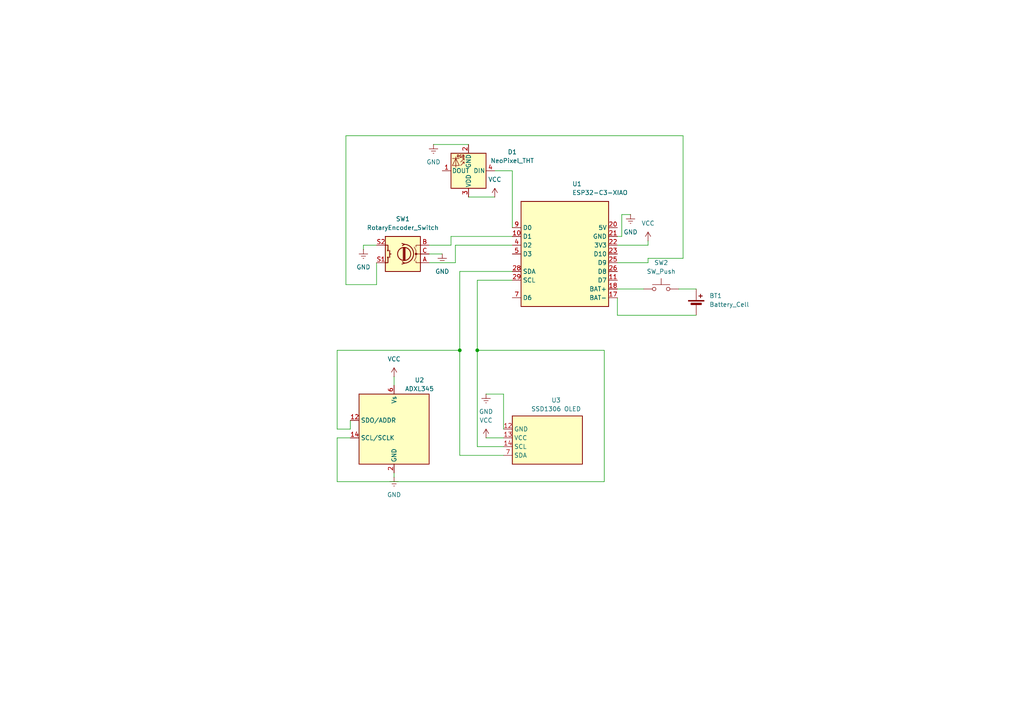
<source format=kicad_sch>
(kicad_sch (version 20250114) (generator "eeschema") (generator_version "9.0")
  (paper "A4")
  (lib_symbols
    (symbol "ADXL343_1"
      (property "Reference" "U3" (at 15.24 6.4202 0))
      (property "Value" "SSD1306 OLED" (at 15.24 3.8802 0))
      (symbol "ADXL343_1_0_1"
        (rectangle (start -10.16 6.35) (end 10.16 -7.62) (stroke (width 0.254)) (fill (type background)))
      )
      (symbol "ADXL343_1_1_1"
        (pin bidirectional line (at -12.7 2.54 0) (length 2.54) (name "GND") (number "12"))
        (pin bidirectional line (at -12.7 0 0) (length 2.54) (name "VCC") (number "13"))
        (pin input line (at -12.7 -2.54 0) (length 2.54) (name "SCL") (number "14"))
        (pin input line (at -12.7 -5.08 0) (length 2.54) (name "SDA") (number "7"))
        (pin no_connect line (at -5.08 -10.16 90) (length 2.54) (hide yes) (name "NC") (number "10"))
        (pin passive line (at 0 -10.16 90) (length 2.54) (hide yes) (name "GND") (number "4"))
        (pin passive line (at 0 -10.16 90) (length 2.54) (hide yes) (name "GND") (number "5"))
      )
    )
    (symbol "Device:Battery_Cell" (pin_numbers (hide yes)) (pin_names (offset 0) (hide yes))
      (property "Reference" "BT" (at 2.54 2.54 0))
      (property "Value" "Battery_Cell" (at 2.54 0 0))
      (symbol "Battery_Cell_0_1"
        (rectangle (start -2.286 1.778) (end 2.286 1.524) (fill (type outline)))
        (rectangle (start -1.524 1.016) (end 1.524 0.508) (fill (type outline)))
        (polyline (pts (xy 0 1.778) (xy 0 2.54)))
        (polyline (pts (xy 0 0.762) (xy 0 0)))
        (polyline (pts (xy 0.762 3.048) (xy 1.778 3.048)) (stroke (width 0.254)))
        (polyline (pts (xy 1.27 3.556) (xy 1.27 2.54)) (stroke (width 0.254)))
      )
      (symbol "Battery_Cell_1_1"
        (pin passive line (at 0 5.08 270) (length 2.54) (name "+") (number "1"))
        (pin passive line (at 0 -2.54 90) (length 2.54) (name "-") (number "2"))
      )
    )
    (symbol "Device:RotaryEncoder_Switch" (pin_names (offset 0.254) (hide yes))
      (property "Reference" "SW" (at 0 6.604 0))
      (property "Value" "RotaryEncoder_Switch" (at 0 -6.604 0))
      (symbol "RotaryEncoder_Switch_0_1"
        (rectangle (start -5.08 5.08) (end 5.08 -5.08) (stroke (width 0.254)) (fill (type background)))
        (polyline (pts (xy -5.08 2.54) (xy -3.81 2.54) (xy -3.81 2.032)))
        (polyline (pts (xy -5.08 0) (xy -3.81 0) (xy -3.81 -1.016) (xy -3.302 -2.032)))
        (polyline (pts (xy -5.08 -2.54) (xy -3.81 -2.54) (xy -3.81 -2.032)))
        (polyline (pts (xy -4.318 0) (xy -3.81 0) (xy -3.81 1.016) (xy -3.302 2.032)))
        (circle (center -3.81 0) (radius 0.254) (fill (type outline)))
        (polyline (pts (xy -0.635 -1.778) (xy -0.635 1.778)) (stroke (width 0.254)))
        (circle (center -0.381 0) (radius 1.905) (stroke (width 0.254)))
        (polyline (pts (xy -0.381 -1.778) (xy -0.381 1.778)) (stroke (width 0.254)))
        (arc (start -0.381 -2.794) (mid -3.0988 -0.0635) (end -0.381 2.667) (stroke (width 0.254)))
        (polyline (pts (xy -0.127 1.778) (xy -0.127 -1.778)) (stroke (width 0.254)))
        (polyline (pts (xy 0.254 2.921) (xy -0.508 2.667) (xy 0.127 2.286)) (stroke (width 0.254)))
        (polyline (pts (xy 0.254 -3.048) (xy -0.508 -2.794) (xy 0.127 -2.413)) (stroke (width 0.254)))
        (polyline (pts (xy 3.81 1.016) (xy 3.81 -1.016)) (stroke (width 0.254)))
        (polyline (pts (xy 3.81 0) (xy 3.429 0)) (stroke (width 0.254)))
        (circle (center 4.318 1.016) (radius 0.127) (stroke (width 0.254)))
        (circle (center 4.318 -1.016) (radius 0.127) (stroke (width 0.254)))
        (polyline (pts (xy 5.08 2.54) (xy 4.318 2.54) (xy 4.318 1.016)) (stroke (width 0.254)))
        (polyline (pts (xy 5.08 -2.54) (xy 4.318 -2.54) (xy 4.318 -1.016)) (stroke (width 0.254)))
      )
      (symbol "RotaryEncoder_Switch_1_1"
        (pin passive line (at -7.62 2.54 0) (length 2.54) (name "A") (number "A"))
        (pin passive line (at -7.62 0 0) (length 2.54) (name "C") (number "C"))
        (pin passive line (at -7.62 -2.54 0) (length 2.54) (name "B") (number "B"))
        (pin passive line (at 7.62 2.54 180) (length 2.54) (name "S1") (number "S1"))
        (pin passive line (at 7.62 -2.54 180) (length 2.54) (name "S2") (number "S2"))
      )
    )
    (symbol "LED:NeoPixel_THT" (pin_names (offset 0.254))
      (property "Reference" "D" (at 5.08 5.715 0))
      (property "Value" "NeoPixel_THT" (at 1.27 -5.715 0))
      (symbol "NeoPixel_THT_0_0"
        (text "RGB" (at 2.286 -4.191 0) (effects (font (size 0.762 0.762))))
      )
      (symbol "NeoPixel_THT_0_1"
        (polyline (pts (xy 1.27 -2.54) (xy 1.778 -2.54)))
        (polyline (pts (xy 1.27 -3.556) (xy 1.778 -3.556)))
        (polyline (pts (xy 2.286 -1.524) (xy 1.27 -2.54) (xy 1.27 -2.032)))
        (polyline (pts (xy 2.286 -2.54) (xy 1.27 -3.556) (xy 1.27 -3.048)))
        (polyline (pts (xy 3.683 -1.016) (xy 3.683 -3.556) (xy 3.683 -4.064)))
        (polyline (pts (xy 4.699 -1.524) (xy 2.667 -1.524) (xy 3.683 -3.556) (xy 4.699 -1.524)))
        (polyline (pts (xy 4.699 -3.556) (xy 2.667 -3.556)))
        (rectangle (start 5.08 5.08) (end -5.08 -5.08) (stroke (width 0.254)) (fill (type background)))
      )
      (symbol "NeoPixel_THT_1_1"
        (pin input line (at -7.62 0 0) (length 2.54) (name "DIN") (number "4"))
        (pin power_in line (at 0 7.62 270) (length 2.54) (name "VDD") (number "3"))
        (pin power_in line (at 0 -7.62 90) (length 2.54) (name "GND") (number "2"))
        (pin output line (at 7.62 0 180) (length 2.54) (name "DOUT") (number "1"))
      )
    )
    (symbol "RF_Module:ESP32-C3-DevKitM-1"
      (property "Reference" "U1" (at 2.1433 20.32 0))
      (property "Value" "ESP32-C3-XIAO" (at 2.1433 17.78 0))
      (symbol "ESP32-C3-DevKitM-1_1_1"
        (rectangle (start -12.7 15.24) (end 12.7 -15.24) (stroke (width 0.254)) (fill (type background)))
        (pin bidirectional line (at -15.24 7.62 0) (length 2.54) (name "D0") (number "9"))
        (pin bidirectional line (at -15.24 5.08 0) (length 2.54) (name "D1") (number "10"))
        (pin bidirectional line (at -15.24 2.54 0) (length 2.54) (name "D2") (number "4"))
        (pin bidirectional line (at -15.24 0 0) (length 2.54) (name "D3") (number "5"))
        (pin bidirectional line (at -15.24 -5.08 0) (length 2.54) (name "SDA") (number "28"))
        (pin bidirectional line (at -15.24 -7.62 0) (length 2.54) (name "SCL") (number "29"))
        (pin input line (at -15.24 -12.7 0) (length 2.54) (name "D6") (number "7"))
        (pin passive line (at 0 17.78 270) (length 2.54) (hide yes) (name "5V") (number "14"))
        (pin passive line (at 0 -17.78 90) (length 2.54) (hide yes) (name "GND") (number "12"))
        (pin passive line (at 0 -17.78 90) (length 2.54) (hide yes) (name "GND") (number "15"))
        (pin passive line (at 0 -17.78 90) (length 2.54) (hide yes) (name "GND") (number "16"))
        (pin passive line (at 0 -17.78 90) (length 2.54) (hide yes) (name "GND") (number "19"))
        (pin passive line (at 0 -17.78 90) (length 2.54) (hide yes) (name "GND") (number "24"))
        (pin passive line (at 0 -17.78 90) (length 2.54) (hide yes) (name "GND") (number "27"))
        (pin passive line (at 0 -17.78 90) (length 2.54) (hide yes) (name "GND") (number "30"))
        (pin passive line (at 0 -17.78 90) (length 2.54) (hide yes) (name "GND") (number "6"))
        (pin passive line (at 0 -17.78 90) (length 2.54) (hide yes) (name "GND") (number "8"))
        (pin passive line (at 15.24 12.7 180) (length 2.54) (hide yes) (name "3V3") (number "3"))
        (pin bidirectional line (at 15.24 7.62 180) (length 2.54) (name "5V") (number "20"))
        (pin bidirectional line (at 15.24 5.08 180) (length 2.54) (name "GND") (number "21"))
        (pin bidirectional line (at 15.24 2.54 180) (length 2.54) (name "3V3") (number "22"))
        (pin bidirectional line (at 15.24 0 180) (length 2.54) (name "D10") (number "23"))
        (pin bidirectional line (at 15.24 -2.54 180) (length 2.54) (name "D9") (number "25"))
        (pin bidirectional line (at 15.24 -5.08 180) (length 2.54) (name "D8") (number "26"))
        (pin bidirectional line (at 15.24 -7.62 180) (length 2.54) (name "D7") (number "11"))
        (pin bidirectional line (at 15.24 -10.16 180) (length 2.54) (name "BAT+") (number "18"))
        (pin bidirectional line (at 15.24 -12.7 180) (length 2.54) (name "BAT-") (number "17"))
      )
    )
    (symbol "Sensor_Motion:ADXL343"
      (property "Reference" "U2" (at 15.24 6.4202 0))
      (property "Value" "ADXL345" (at 15.24 3.8802 0))
      (symbol "ADXL343_0_1"
        (rectangle (start -10.16 10.16) (end 10.16 -10.16) (stroke (width 0.254)) (fill (type background)))
      )
      (symbol "ADXL343_1_1"
        (pin bidirectional line (at -12.7 2.54 0) (length 2.54) (name "SDO/ADDR") (number "12"))
        (pin input line (at -12.7 -2.54 0) (length 2.54) (name "SCL/SCLK") (number "14"))
        (pin no_connect line (at -5.08 -10.16 90) (length 2.54) (hide yes) (name "NC") (number "10"))
        (pin power_in line (at 0 12.7 270) (length 2.54) (name "Vs") (number "6"))
        (pin power_in line (at 0 -12.7 90) (length 2.54) (name "GND") (number "2"))
        (pin passive line (at 0 -12.7 90) (length 2.54) (hide yes) (name "GND") (number "4"))
        (pin passive line (at 0 -12.7 90) (length 2.54) (hide yes) (name "GND") (number "5"))
      )
    )
    (symbol "Switch:SW_Push" (pin_numbers (hide yes)) (pin_names (offset 1.016) (hide yes))
      (property "Reference" "SW" (at 1.27 2.54 0))
      (property "Value" "SW_Push" (at 0 -1.524 0))
      (symbol "SW_Push_0_1"
        (circle (center -2.032 0) (radius 0.508))
        (polyline (pts (xy 0 1.27) (xy 0 3.048)))
        (circle (center 2.032 0) (radius 0.508))
        (polyline (pts (xy 2.54 1.27) (xy -2.54 1.27)))
        (pin passive line (at -5.08 0 0) (length 2.54) (name "1") (number "1"))
        (pin passive line (at 5.08 0 180) (length 2.54) (name "2") (number "2"))
      )
    )
    (symbol "power:GNDREF" (power) (pin_numbers (hide yes)) (pin_names (offset 0) (hide yes))
      (property "Value" "GNDREF" (at 0 -3.81 0))
      (symbol "GNDREF_0_1"
        (polyline (pts (xy -0.635 -1.905) (xy 0.635 -1.905)))
        (polyline (pts (xy -0.127 -2.54) (xy 0.127 -2.54)))
        (polyline (pts (xy 0 -1.27) (xy 0 0)))
        (polyline (pts (xy 1.27 -1.27) (xy -1.27 -1.27)))
      )
      (symbol "GNDREF_1_1"
        (pin power_in line (at 0 0 270) (length 0) (name "~") (number "1"))
      )
    )
    (symbol "power:VCC" (power) (pin_numbers (hide yes)) (pin_names (offset 0) (hide yes))
      (property "Value" "VCC" (at 0 3.556 0))
      (symbol "VCC_0_1"
        (polyline (pts (xy -0.762 1.27) (xy 0 2.54)))
        (polyline (pts (xy 0 2.54) (xy 0.762 1.27)))
        (polyline (pts (xy 0 0) (xy 0 2.54)))
      )
      (symbol "VCC_1_1"
        (pin power_in line (at 0 0 90) (length 0) (name "~") (number "1"))
      )
    )
  )
  (junction (at 138.43 101.6))
  (junction (at 133.35 101.6))
  (wire (pts (xy 138.43 101.6) (xy 138.43 129.54)))
  (wire (pts (xy 140.97 114.3) (xy 146.05 114.3)))
  (wire (pts (xy 180.34 68.58) (xy 180.34 62.23)))
  (wire (pts (xy 187.96 71.12) (xy 187.96 69.85)))
  (wire (pts (xy 198.12 39.37) (xy 100.33 39.37)))
  (wire (pts (xy 125.73 41.91) (xy 135.89 41.91)))
  (wire (pts (xy 97.79 139.7) (xy 175.26 139.7)))
  (wire (pts (xy 179.07 83.82) (xy 186.69 83.82)))
  (wire (pts (xy 130.81 68.58) (xy 130.81 71.12)))
  (wire (pts (xy 133.35 78.74) (xy 133.35 101.6)))
  (wire (pts (xy 138.43 81.28) (xy 148.59 81.28)))
  (wire (pts (xy 97.79 127) (xy 97.79 139.7)))
  (wire (pts (xy 148.59 78.74) (xy 133.35 78.74)))
  (wire (pts (xy 105.41 71.12) (xy 105.41 72.39)))
  (wire (pts (xy 175.26 139.7) (xy 175.26 101.6)))
  (wire (pts (xy 187.96 74.93) (xy 198.12 74.93)))
  (wire (pts (xy 133.35 132.08) (xy 146.05 132.08)))
  (wire (pts (xy 101.6 121.92) (xy 101.6 124.46)))
  (wire (pts (xy 143.51 49.53) (xy 148.59 49.53)))
  (wire (pts (xy 133.35 101.6) (xy 133.35 132.08)))
  (wire (pts (xy 124.46 73.66) (xy 128.27 73.66)))
  (wire (pts (xy 109.22 71.12) (xy 105.41 71.12)))
  (wire (pts (xy 132.08 71.12) (xy 132.08 76.2)))
  (wire (pts (xy 97.79 101.6) (xy 133.35 101.6)))
  (wire (pts (xy 187.96 76.2) (xy 187.96 74.93)))
  (wire (pts (xy 101.6 127) (xy 97.79 127)))
  (wire (pts (xy 132.08 76.2) (xy 124.46 76.2)))
  (wire (pts (xy 100.33 39.37) (xy 100.33 82.55)))
  (wire (pts (xy 97.79 124.46) (xy 97.79 101.6)))
  (wire (pts (xy 140.97 127) (xy 146.05 127)))
  (wire (pts (xy 114.3 137.16) (xy 114.3 138.43)))
  (wire (pts (xy 148.59 49.53) (xy 148.59 66.04)))
  (wire (pts (xy 114.3 109.22) (xy 114.3 111.76)))
  (wire (pts (xy 196.85 83.82) (xy 201.93 83.82)))
  (wire (pts (xy 180.34 62.23) (xy 182.88 62.23)))
  (wire (pts (xy 130.81 71.12) (xy 124.46 71.12)))
  (wire (pts (xy 201.93 91.44) (xy 179.07 91.44)))
  (wire (pts (xy 148.59 71.12) (xy 132.08 71.12)))
  (wire (pts (xy 148.59 68.58) (xy 130.81 68.58)))
  (wire (pts (xy 198.12 74.93) (xy 198.12 39.37)))
  (wire (pts (xy 109.22 82.55) (xy 100.33 82.55)))
  (wire (pts (xy 135.89 57.15) (xy 143.51 57.15)))
  (wire (pts (xy 175.26 101.6) (xy 138.43 101.6)))
  (wire (pts (xy 138.43 129.54) (xy 146.05 129.54)))
  (wire (pts (xy 179.07 76.2) (xy 187.96 76.2)))
  (wire (pts (xy 101.6 124.46) (xy 97.79 124.46)))
  (wire (pts (xy 109.22 76.2) (xy 109.22 82.55)))
  (wire (pts (xy 179.07 71.12) (xy 187.96 71.12)))
  (wire (pts (xy 146.05 114.3) (xy 146.05 124.46)))
  (wire (pts (xy 179.07 91.44) (xy 179.07 86.36)))
  (wire (pts (xy 138.43 81.28) (xy 138.43 101.6)))
  (wire (pts (xy 179.07 68.58) (xy 180.34 68.58)))
  (symbol (lib_id "power:VCC") (at 187.96 69.85 0) (unit 1)
    (property "Reference" "#PWR03" (effects (hide yes)))
    (property "Value" "VCC" (at 187.96 64.77 0))
    (property "Description" "Power symbol creates a global label with name \"VCC\"" (effects (hide yes)))
  )
  (symbol (lib_id "Device:RotaryEncoder_Switch") (at 116.84 73.66 180) (unit 1)
    (property "Reference" "SW1" (at 116.84 63.5 0))
    (property "Value" "RotaryEncoder_Switch" (at 116.84 66.04 0))
    (property "Description" "Rotary encoder, dual channel, incremental quadrate outputs, with switch" (effects (hide yes)))
  )
  (symbol (lib_id "power:GNDREF") (at 140.97 114.3 0) (unit 1)
    (property "Reference" "#PWR09" (effects (hide yes)))
    (property "Value" "GND" (at 140.97 119.38 0))
    (property "Description" "Power symbol creates a global label with name \"GNDREF\" , reference supply ground" (effects (hide yes)))
  )
  (symbol (lib_id "power:GNDREF") (at 114.3 138.43 0) (unit 1)
    (property "Reference" "#PWR08" (effects (hide yes)))
    (property "Value" "GND" (at 114.3 143.51 0))
    (property "Description" "Power symbol creates a global label with name \"GNDREF\" , reference supply ground" (effects (hide yes)))
  )
  (symbol (lib_id "Device:Battery_Cell") (at 201.93 88.9 0) (unit 1)
    (property "Reference" "BT1" (at 205.74 85.7884 0) (effects (justify left)))
    (property "Value" "Battery_Cell" (at 205.74 88.3284 0) (effects (justify left)))
    (property "Description" "Single-cell battery" (effects (hide yes)))
  )
  (symbol (lib_id "Switch:SW_Push") (at 191.77 83.82 0) (unit 1)
    (property "Reference" "SW2" (at 191.77 76.2 0))
    (property "Value" "SW_Push" (at 191.77 78.74 0))
    (property "Description" "Push button switch, generic, two pins" (effects (hide yes)))
  )
  (symbol (lib_id "LED:NeoPixel_THT") (at 135.89 49.53 180) (unit 1)
    (property "Reference" "D1" (at 148.59 44.0846 0))
    (property "Value" "NeoPixel_THT" (at 148.59 46.6246 0))
    (property "Datasheet" "https://www.adafruit.com/product/1938" (effects (hide yes)))
    (property "Description" "RGB LED with integrated controller, 5mm/8mm LED package" (effects (hide yes)))
  )
  (symbol (lib_id "power:VCC") (at 114.3 109.22 0) (unit 1)
    (property "Reference" "#PWR05" (effects (hide yes)))
    (property "Value" "VCC" (at 114.3 104.14 0))
    (property "Description" "Power symbol creates a global label with name \"VCC\"" (effects (hide yes)))
  )
  (symbol (lib_id "power:VCC") (at 143.51 57.15 0) (unit 1)
    (property "Reference" "#PWR04" (effects (hide yes)))
    (property "Value" "VCC" (at 143.51 52.07 0))
    (property "Description" "Power symbol creates a global label with name \"VCC\"" (effects (hide yes)))
  )
  (symbol (lib_id "power:VCC") (at 140.97 127 0) (unit 1)
    (property "Reference" "#PWR06" (effects (hide yes)))
    (property "Value" "VCC" (at 140.97 121.92 0))
    (property "Description" "Power symbol creates a global label with name \"VCC\"" (effects (hide yes)))
  )
  (symbol (lib_id "power:GNDREF") (at 105.41 72.39 0) (unit 1)
    (property "Reference" "#PWR02" (effects (hide yes)))
    (property "Value" "GND" (at 105.41 77.47 0))
    (property "Description" "Power symbol creates a global label with name \"GNDREF\" , reference supply ground" (effects (hide yes)))
  )
  (symbol (lib_id "RF_Module:ESP32-C3-DevKitM-1") (at 163.83 73.66 0) (unit 1)
    (property "Reference" "U1" (at 165.9733 53.34 0) (effects (justify left)))
    (property "Value" "ESP32-C3-XIAO" (at 165.9733 55.88 0) (effects (justify left)))
    (property "Footprint" "RF_Module:ESP32-C3-DevKitM-1" (effects (hide yes)))
    (property "Datasheet" "https://docs.espressif.com/projects/esp-idf/en/latest/esp32c3/hw-reference/esp32c3/user-guide-devkitm-1.html" (effects (hide yes)))
    (property "Description" "Development board featuring ESP32-C3-MINI-1 module" (effects (hide yes)))
  )
  (symbol (lib_name "ADXL343_1") (lib_id "Sensor_Motion:ADXL343") (at 158.75 127 0) (unit 1)
    (property "Reference" "U3" (at 161.29 116.078 0))
    (property "Value" "SSD1306 OLED" (at 161.29 118.618 0))
    (property "Footprint" "Package_LGA:LGA-14_3x5mm_P0.8mm_LayoutBorder1x6y" (effects (hide yes)))
    (property "Datasheet" "https://www.analog.com/media/en/technical-documentation/data-sheets/ADXL343.pdf" (effects (hide yes)))
    (property "Description" "3-Axis MEMS Accelerometer, 2/4/8/16g range, I2C/SPI, LGA-14" (effects (hide yes)))
  )
  (symbol (lib_id "Sensor_Motion:ADXL343") (at 114.3 124.46 0) (unit 1)
    (property "Reference" "U2" (at 121.666 110.236 0))
    (property "Value" "ADXL345" (at 121.666 112.776 0))
    (property "Footprint" "Package_LGA:LGA-14_3x5mm_P0.8mm_LayoutBorder1x6y" (effects (hide yes)))
    (property "Datasheet" "https://www.analog.com/media/en/technical-documentation/data-sheets/ADXL343.pdf" (effects (hide yes)))
    (property "Description" "3-Axis MEMS Accelerometer, 2/4/8/16g range, I2C/SPI, LGA-14" (effects (hide yes)))
  )
  (symbol (lib_id "power:GNDREF") (at 128.27 73.66 0) (unit 1)
    (property "Reference" "#PWR01" (effects (hide yes)))
    (property "Value" "GND" (at 128.27 78.74 0))
    (property "Description" "Power symbol creates a global label with name \"GNDREF\" , reference supply ground" (effects (hide yes)))
  )
  (symbol (lib_id "power:GNDREF") (at 125.73 41.91 0) (unit 1)
    (property "Reference" "#PWR07" (effects (hide yes)))
    (property "Value" "GND" (at 125.73 46.99 0))
    (property "Description" "Power symbol creates a global label with name \"GNDREF\" , reference supply ground" (effects (hide yes)))
  )
  (symbol (lib_id "power:GNDREF") (at 182.88 62.23 0) (unit 1)
    (property "Reference" "#PWR010" (effects (hide yes)))
    (property "Value" "GND" (at 182.88 67.31 0))
    (property "Description" "Power symbol creates a global label with name \"GNDREF\" , reference supply ground" (effects (hide yes)))
  )
)
</source>
